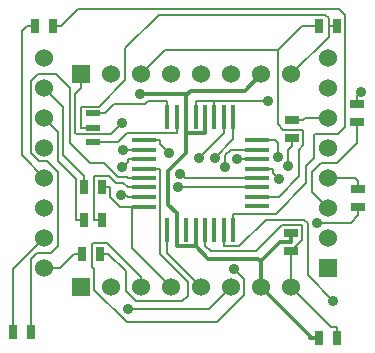
<source format=gtl>
G04 (created by PCBNEW-RS274X (2012-apr-16-27)-stable) date Mon 01 Apr 2013 09:11:56 AM PDT*
G01*
G70*
G90*
%MOIN*%
G04 Gerber Fmt 3.4, Leading zero omitted, Abs format*
%FSLAX34Y34*%
G04 APERTURE LIST*
%ADD10C,0.006000*%
%ADD11R,0.025000X0.045000*%
%ADD12R,0.045000X0.025000*%
%ADD13R,0.017700X0.078700*%
%ADD14R,0.078700X0.017700*%
%ADD15C,0.060000*%
%ADD16R,0.060000X0.060000*%
%ADD17R,0.051200X0.019700*%
%ADD18C,0.035000*%
%ADD19C,0.008000*%
%ADD20C,0.012000*%
G04 APERTURE END LIST*
G54D10*
G54D11*
X50094Y-28504D03*
X50694Y-28504D03*
X42220Y-36102D03*
X42820Y-36102D03*
X39897Y-38701D03*
X40497Y-38701D03*
X42259Y-34961D03*
X42859Y-34961D03*
G54D12*
X49213Y-31629D03*
X49213Y-32229D03*
G54D11*
X42259Y-33858D03*
X42859Y-33858D03*
G54D12*
X51417Y-33952D03*
X51417Y-34552D03*
X51378Y-31717D03*
X51378Y-31117D03*
G54D11*
X40645Y-28504D03*
X41245Y-28504D03*
G54D13*
X45048Y-31529D03*
X45363Y-31529D03*
X45678Y-31529D03*
X45993Y-31529D03*
X46308Y-31529D03*
X46623Y-31529D03*
X46938Y-31529D03*
X47253Y-31529D03*
X47251Y-35295D03*
X45041Y-35295D03*
X45361Y-35295D03*
X45681Y-35295D03*
X45991Y-35295D03*
X46311Y-35295D03*
X46621Y-35295D03*
X46941Y-35295D03*
G54D14*
X48041Y-32313D03*
X48041Y-32627D03*
X48041Y-32943D03*
X48041Y-33257D03*
X48041Y-33573D03*
X48041Y-33887D03*
X48041Y-34203D03*
X48041Y-34517D03*
X44261Y-32315D03*
X44261Y-32625D03*
X44261Y-32945D03*
X44261Y-33255D03*
X44261Y-33565D03*
X44261Y-33885D03*
X44261Y-34205D03*
X44261Y-34525D03*
G54D15*
X40945Y-29569D03*
X40945Y-30569D03*
X40945Y-31569D03*
X40945Y-32569D03*
X40945Y-33569D03*
X40945Y-34569D03*
X40945Y-35569D03*
X40945Y-36569D03*
G54D16*
X50394Y-36569D03*
G54D15*
X50394Y-35569D03*
X50394Y-34569D03*
X50394Y-33569D03*
X50394Y-32569D03*
X50394Y-31569D03*
X50394Y-30569D03*
X50394Y-29569D03*
G54D12*
X49173Y-35409D03*
X49173Y-36009D03*
G54D11*
X50094Y-38898D03*
X50694Y-38898D03*
G54D16*
X42169Y-30118D03*
G54D15*
X43169Y-30118D03*
X44169Y-30118D03*
X45169Y-30118D03*
X46169Y-30118D03*
X47169Y-30118D03*
X48169Y-30118D03*
X49169Y-30118D03*
G54D16*
X42169Y-37205D03*
G54D15*
X43169Y-37205D03*
X44169Y-37205D03*
X45169Y-37205D03*
X46169Y-37205D03*
X47169Y-37205D03*
X48169Y-37205D03*
X49169Y-37205D03*
G54D17*
X42559Y-31890D03*
X42559Y-31418D03*
X42559Y-32362D03*
G54D18*
X48400Y-30993D03*
X43543Y-31734D03*
X45483Y-33425D03*
X45418Y-33886D03*
X43725Y-37925D03*
X43515Y-34130D03*
X49087Y-33165D03*
X46102Y-32902D03*
X45092Y-32733D03*
X43590Y-32626D03*
X47366Y-32944D03*
X43536Y-33220D03*
X46986Y-33210D03*
X46648Y-32888D03*
X48736Y-32875D03*
X51511Y-30708D03*
X50574Y-37669D03*
X47270Y-36597D03*
X48764Y-33601D03*
X50044Y-35069D03*
X44129Y-30774D03*
G54D19*
X50694Y-38898D02*
X50694Y-38530D01*
X49173Y-37205D02*
X49169Y-37205D01*
X50498Y-38530D02*
X49173Y-37205D01*
X50694Y-38530D02*
X50498Y-38530D01*
X50694Y-28504D02*
X50426Y-28504D01*
X42559Y-31890D02*
X42160Y-31890D01*
X50426Y-28861D02*
X50426Y-28504D01*
X49169Y-30118D02*
X50426Y-28861D01*
X42160Y-31216D02*
X42160Y-31890D01*
X45993Y-31529D02*
X45993Y-30993D01*
X46623Y-30993D02*
X45993Y-30993D01*
X48400Y-30993D02*
X46623Y-30993D01*
X46623Y-31529D02*
X46623Y-30993D01*
X42182Y-31194D02*
X42160Y-31216D01*
X42765Y-31194D02*
X42182Y-31194D01*
X43643Y-30316D02*
X42765Y-31194D01*
X43643Y-29245D02*
X43643Y-30316D01*
X44761Y-28127D02*
X43643Y-29245D01*
X50317Y-28127D02*
X44761Y-28127D01*
X50426Y-28236D02*
X50317Y-28127D01*
X50426Y-28504D02*
X50426Y-28236D01*
X49173Y-36009D02*
X49542Y-35640D01*
X49542Y-35640D02*
X49542Y-35162D01*
X49542Y-35162D02*
X49521Y-35141D01*
X49521Y-35141D02*
X48889Y-35141D01*
X48889Y-35141D02*
X48014Y-36016D01*
X48014Y-36016D02*
X46495Y-36016D01*
X46311Y-35295D02*
X46311Y-35832D01*
X46495Y-36016D02*
X46311Y-35832D01*
X49173Y-37205D02*
X49173Y-36009D01*
X51378Y-32403D02*
X51378Y-31717D01*
X50712Y-33069D02*
X51378Y-32403D01*
X50164Y-33069D02*
X50712Y-33069D01*
X49861Y-33372D02*
X50164Y-33069D01*
X49861Y-34036D02*
X49861Y-33372D01*
X50394Y-34569D02*
X49861Y-34036D01*
X42026Y-32112D02*
X41976Y-32062D01*
X42169Y-30118D02*
X42169Y-30561D01*
X45631Y-33573D02*
X47505Y-33573D01*
X45483Y-33425D02*
X45631Y-33573D01*
X48041Y-33573D02*
X47505Y-33573D01*
X41976Y-30754D02*
X42169Y-30561D01*
X41976Y-32062D02*
X41976Y-30754D01*
X43165Y-32112D02*
X42026Y-32112D01*
X43543Y-31734D02*
X43165Y-32112D01*
X47505Y-33886D02*
X47505Y-33887D01*
X45418Y-33886D02*
X47505Y-33886D01*
X48041Y-33887D02*
X47505Y-33887D01*
X43127Y-33858D02*
X43127Y-34192D01*
X42859Y-33858D02*
X43127Y-33858D01*
X44261Y-34525D02*
X43884Y-34525D01*
X43884Y-34525D02*
X43771Y-34525D01*
X43884Y-34525D02*
X43884Y-35920D01*
X43884Y-35920D02*
X45169Y-37205D01*
X43460Y-34525D02*
X43771Y-34525D01*
X43127Y-34192D02*
X43460Y-34525D01*
X44261Y-34205D02*
X43725Y-34205D01*
X43650Y-34130D02*
X43515Y-34130D01*
X43725Y-34205D02*
X43650Y-34130D01*
X46449Y-37925D02*
X43725Y-37925D01*
X47169Y-37205D02*
X46449Y-37925D01*
X49213Y-32229D02*
X49213Y-32497D01*
X49087Y-32623D02*
X49213Y-32497D01*
X49087Y-33165D02*
X49087Y-32623D01*
X46938Y-31529D02*
X46938Y-32066D01*
X46938Y-32066D02*
X46102Y-32902D01*
X45048Y-31529D02*
X45048Y-30993D01*
X42559Y-31418D02*
X42958Y-31418D01*
X44402Y-30993D02*
X45048Y-30993D01*
X44303Y-31092D02*
X44402Y-30993D01*
X43284Y-31092D02*
X44303Y-31092D01*
X42958Y-31418D02*
X43284Y-31092D01*
X44798Y-32439D02*
X45092Y-32733D01*
X44798Y-32315D02*
X44798Y-32439D01*
X44261Y-32315D02*
X44798Y-32315D01*
X44261Y-32625D02*
X43725Y-32625D01*
X43725Y-32626D02*
X43725Y-32625D01*
X43590Y-32626D02*
X43725Y-32626D01*
X48041Y-32943D02*
X47505Y-32943D01*
X47505Y-32943D02*
X47366Y-32943D01*
X47366Y-32943D02*
X47366Y-32944D01*
X43725Y-33031D02*
X43725Y-32945D01*
X43536Y-33220D02*
X43725Y-33031D01*
X44261Y-32945D02*
X43725Y-32945D01*
X46986Y-32811D02*
X47171Y-32626D01*
X48041Y-32627D02*
X47505Y-32627D01*
X47505Y-32626D02*
X47505Y-32627D01*
X47171Y-32626D02*
X47505Y-32626D01*
X46986Y-33210D02*
X46986Y-32811D01*
X45555Y-37664D02*
X44000Y-37664D01*
X45725Y-37494D02*
X45555Y-37664D01*
X43669Y-36683D02*
X43088Y-36102D01*
X43669Y-37333D02*
X43669Y-36683D01*
X44000Y-37664D02*
X43669Y-37333D01*
X44798Y-33255D02*
X44798Y-36095D01*
X44261Y-33255D02*
X44798Y-33255D01*
X42820Y-36102D02*
X43088Y-36102D01*
X45725Y-37022D02*
X45725Y-37494D01*
X44798Y-36095D02*
X45725Y-37022D01*
X47253Y-32283D02*
X47253Y-31529D01*
X46648Y-32888D02*
X47253Y-32283D01*
X48629Y-32313D02*
X48041Y-32313D01*
X48736Y-32420D02*
X48629Y-32313D01*
X48736Y-32875D02*
X48736Y-32420D01*
X51378Y-30841D02*
X51511Y-30708D01*
X46941Y-35295D02*
X46941Y-35832D01*
X50574Y-37669D02*
X49725Y-36820D01*
X49725Y-36820D02*
X49725Y-35085D01*
X49725Y-35085D02*
X49597Y-34957D01*
X48327Y-34957D02*
X47452Y-35832D01*
X49597Y-34957D02*
X48327Y-34957D01*
X47452Y-35832D02*
X46941Y-35832D01*
X51378Y-31117D02*
X51378Y-30841D01*
X50758Y-27944D02*
X42073Y-27944D01*
X50963Y-31878D02*
X50963Y-28149D01*
X50963Y-28149D02*
X50758Y-27944D01*
X42073Y-27944D02*
X41513Y-28504D01*
X41245Y-28504D02*
X41513Y-28504D01*
X47251Y-35295D02*
X47251Y-34759D01*
X50728Y-32113D02*
X50963Y-31878D01*
X49968Y-32113D02*
X50728Y-32113D01*
X49677Y-33747D02*
X49677Y-33165D01*
X47251Y-34759D02*
X48665Y-34759D01*
X48665Y-34759D02*
X49677Y-33747D01*
X49677Y-33165D02*
X49946Y-32896D01*
X49946Y-32896D02*
X49946Y-32135D01*
X49946Y-32135D02*
X49968Y-32113D01*
X49444Y-32626D02*
X49584Y-32486D01*
X48041Y-34203D02*
X48578Y-34203D01*
X49532Y-28504D02*
X50094Y-28504D01*
X48725Y-29311D02*
X49532Y-28504D01*
X48725Y-31768D02*
X48725Y-29311D01*
X48917Y-31960D02*
X48725Y-31768D01*
X49562Y-31960D02*
X48917Y-31960D01*
X49584Y-32486D02*
X49584Y-31982D01*
X49444Y-33519D02*
X49444Y-32626D01*
X48760Y-34203D02*
X49444Y-33519D01*
X48578Y-34203D02*
X48760Y-34203D01*
X44976Y-29311D02*
X48725Y-29311D01*
X44169Y-30118D02*
X44976Y-29311D01*
X49584Y-31982D02*
X49562Y-31960D01*
X48764Y-33601D02*
X48578Y-33415D01*
X48578Y-33415D02*
X48578Y-33257D01*
X47613Y-36940D02*
X47270Y-36597D01*
X48041Y-33257D02*
X48578Y-33257D01*
X47613Y-37463D02*
X47613Y-36940D01*
X46698Y-38378D02*
X47613Y-37463D01*
X43702Y-38378D02*
X46698Y-38378D01*
X42613Y-37289D02*
X43702Y-38378D01*
X42613Y-36600D02*
X42613Y-37289D01*
X43035Y-35733D02*
X42573Y-35733D01*
X42573Y-35733D02*
X42551Y-35755D01*
X42551Y-36538D02*
X42613Y-36600D01*
X42551Y-35755D02*
X42551Y-36538D01*
X44169Y-37205D02*
X44169Y-36867D01*
X44169Y-36867D02*
X43035Y-35733D01*
X44261Y-33885D02*
X43725Y-33885D01*
X42859Y-34961D02*
X42591Y-34961D01*
X43561Y-33721D02*
X43725Y-33885D01*
X43327Y-33721D02*
X43561Y-33721D01*
X43095Y-33489D02*
X43327Y-33721D01*
X42612Y-33489D02*
X43095Y-33489D01*
X42591Y-33510D02*
X42612Y-33489D01*
X42591Y-34961D02*
X42591Y-33510D01*
X50394Y-31569D02*
X49641Y-31569D01*
X49213Y-31629D02*
X49581Y-31629D01*
X49641Y-31569D02*
X49581Y-31629D01*
X41337Y-30113D02*
X41792Y-30568D01*
X44261Y-33565D02*
X43725Y-33565D01*
X43698Y-33538D02*
X43725Y-33565D01*
X43404Y-33538D02*
X43698Y-33538D01*
X42953Y-33087D02*
X43404Y-33538D01*
X42481Y-33087D02*
X42953Y-33087D01*
X41792Y-32398D02*
X42481Y-33087D01*
X41792Y-30568D02*
X41792Y-32398D01*
X40739Y-30113D02*
X41337Y-30113D01*
X40502Y-30350D02*
X40739Y-30113D01*
X40502Y-32752D02*
X40502Y-30350D01*
X41034Y-33013D02*
X40763Y-33013D01*
X41391Y-33370D02*
X41034Y-33013D01*
X41391Y-35846D02*
X41391Y-33370D01*
X41168Y-36069D02*
X41391Y-35846D01*
X40706Y-36069D02*
X41168Y-36069D01*
X40497Y-36278D02*
X40706Y-36069D01*
X40497Y-38701D02*
X40497Y-36278D01*
X40763Y-33013D02*
X40502Y-32752D01*
X51302Y-33569D02*
X51417Y-33684D01*
X50394Y-33569D02*
X51302Y-33569D01*
X51417Y-33952D02*
X51417Y-33684D01*
X42259Y-33858D02*
X42259Y-33490D01*
X41589Y-32820D02*
X42259Y-33490D01*
X41589Y-31213D02*
X41589Y-32820D01*
X40945Y-30569D02*
X41589Y-31213D01*
X41991Y-33596D02*
X41991Y-34961D01*
X41397Y-33002D02*
X41991Y-33596D01*
X41397Y-32021D02*
X41397Y-33002D01*
X40945Y-31569D02*
X41397Y-32021D01*
X42259Y-34961D02*
X41991Y-34961D01*
X40645Y-28504D02*
X40377Y-28504D01*
X40194Y-32818D02*
X40945Y-33569D01*
X40194Y-28687D02*
X40194Y-32818D01*
X40377Y-28504D02*
X40194Y-28687D01*
X39897Y-36617D02*
X39897Y-38701D01*
X40945Y-35569D02*
X39897Y-36617D01*
X41485Y-36569D02*
X41952Y-36102D01*
X40945Y-36569D02*
X41485Y-36569D01*
X42220Y-36102D02*
X41952Y-36102D01*
X43403Y-32362D02*
X42559Y-32362D01*
X43699Y-32066D02*
X43403Y-32362D01*
X45363Y-32066D02*
X43699Y-32066D01*
X45363Y-31529D02*
X45363Y-32066D01*
X45041Y-36077D02*
X45041Y-35295D01*
X51417Y-34552D02*
X51417Y-34820D01*
X51168Y-35069D02*
X50044Y-35069D01*
X51417Y-34820D02*
X51168Y-35069D01*
X46169Y-37205D02*
X45041Y-36077D01*
G54D20*
X45678Y-31807D02*
X45678Y-31529D01*
X48169Y-36339D02*
X48169Y-37205D01*
X45991Y-35852D02*
X45361Y-35852D01*
X48169Y-36339D02*
X48811Y-35697D01*
X46308Y-32086D02*
X45678Y-32086D01*
X45361Y-35295D02*
X45361Y-34739D01*
X48811Y-35697D02*
X49173Y-35697D01*
X45678Y-31807D02*
X45678Y-32086D01*
X50094Y-38898D02*
X49806Y-38898D01*
X49806Y-38898D02*
X49806Y-38842D01*
X49806Y-38842D02*
X48169Y-37205D01*
X46308Y-31529D02*
X46308Y-32086D01*
X45361Y-35295D02*
X45361Y-35852D01*
X45991Y-35295D02*
X45991Y-35852D01*
X49173Y-35409D02*
X49173Y-35697D01*
X45678Y-32752D02*
X45080Y-33350D01*
X45080Y-33350D02*
X45080Y-34458D01*
X45080Y-34458D02*
X45361Y-34739D01*
X45678Y-30808D02*
X45678Y-31529D01*
X44129Y-30774D02*
X45644Y-30774D01*
X45644Y-30774D02*
X45678Y-30808D01*
X45678Y-30808D02*
X45832Y-30654D01*
X45832Y-30654D02*
X47633Y-30654D01*
X45678Y-32086D02*
X45678Y-32752D01*
X48088Y-36258D02*
X46397Y-36258D01*
X48169Y-36339D02*
X48088Y-36258D01*
X46397Y-36258D02*
X45991Y-35852D01*
X47633Y-30654D02*
X48169Y-30118D01*
M02*

</source>
